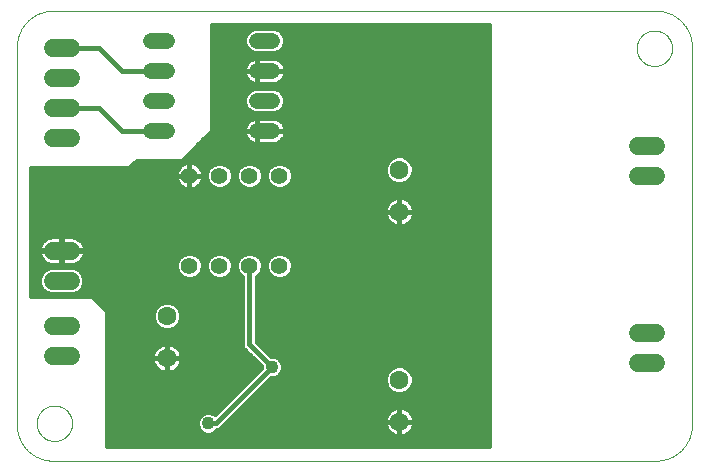
<source format=gbl>
G75*
%MOIN*%
%OFA0B0*%
%FSLAX25Y25*%
%IPPOS*%
%LPD*%
%AMOC8*
5,1,8,0,0,1.08239X$1,22.5*
%
%ADD10C,0.00000*%
%ADD11C,0.06300*%
%ADD12C,0.05600*%
%ADD13C,0.05937*%
%ADD14C,0.05200*%
%ADD15C,0.01600*%
%ADD16C,0.04356*%
D10*
X0016500Y0005500D02*
X0217500Y0005500D01*
X0217790Y0005504D01*
X0218080Y0005514D01*
X0218369Y0005532D01*
X0218658Y0005556D01*
X0218946Y0005587D01*
X0219234Y0005626D01*
X0219520Y0005671D01*
X0219806Y0005724D01*
X0220089Y0005783D01*
X0220372Y0005849D01*
X0220652Y0005921D01*
X0220931Y0006001D01*
X0221208Y0006087D01*
X0221483Y0006180D01*
X0221755Y0006280D01*
X0222025Y0006386D01*
X0222292Y0006498D01*
X0222557Y0006618D01*
X0222818Y0006743D01*
X0223077Y0006875D01*
X0223332Y0007012D01*
X0223584Y0007156D01*
X0223832Y0007306D01*
X0224076Y0007462D01*
X0224317Y0007624D01*
X0224553Y0007792D01*
X0224786Y0007965D01*
X0225014Y0008144D01*
X0225238Y0008328D01*
X0225457Y0008518D01*
X0225672Y0008713D01*
X0225882Y0008913D01*
X0226087Y0009118D01*
X0226287Y0009328D01*
X0226482Y0009543D01*
X0226672Y0009762D01*
X0226856Y0009986D01*
X0227035Y0010214D01*
X0227208Y0010447D01*
X0227376Y0010683D01*
X0227538Y0010924D01*
X0227694Y0011168D01*
X0227844Y0011416D01*
X0227988Y0011668D01*
X0228125Y0011923D01*
X0228257Y0012182D01*
X0228382Y0012443D01*
X0228502Y0012708D01*
X0228614Y0012975D01*
X0228720Y0013245D01*
X0228820Y0013517D01*
X0228913Y0013792D01*
X0228999Y0014069D01*
X0229079Y0014348D01*
X0229151Y0014628D01*
X0229217Y0014911D01*
X0229276Y0015194D01*
X0229329Y0015480D01*
X0229374Y0015766D01*
X0229413Y0016054D01*
X0229444Y0016342D01*
X0229468Y0016631D01*
X0229486Y0016920D01*
X0229496Y0017210D01*
X0229500Y0017500D01*
X0229500Y0143500D01*
X0229496Y0143790D01*
X0229486Y0144080D01*
X0229468Y0144369D01*
X0229444Y0144658D01*
X0229413Y0144946D01*
X0229374Y0145234D01*
X0229329Y0145520D01*
X0229276Y0145806D01*
X0229217Y0146089D01*
X0229151Y0146372D01*
X0229079Y0146652D01*
X0228999Y0146931D01*
X0228913Y0147208D01*
X0228820Y0147483D01*
X0228720Y0147755D01*
X0228614Y0148025D01*
X0228502Y0148292D01*
X0228382Y0148557D01*
X0228257Y0148818D01*
X0228125Y0149077D01*
X0227988Y0149332D01*
X0227844Y0149584D01*
X0227694Y0149832D01*
X0227538Y0150076D01*
X0227376Y0150317D01*
X0227208Y0150553D01*
X0227035Y0150786D01*
X0226856Y0151014D01*
X0226672Y0151238D01*
X0226482Y0151457D01*
X0226287Y0151672D01*
X0226087Y0151882D01*
X0225882Y0152087D01*
X0225672Y0152287D01*
X0225457Y0152482D01*
X0225238Y0152672D01*
X0225014Y0152856D01*
X0224786Y0153035D01*
X0224553Y0153208D01*
X0224317Y0153376D01*
X0224076Y0153538D01*
X0223832Y0153694D01*
X0223584Y0153844D01*
X0223332Y0153988D01*
X0223077Y0154125D01*
X0222818Y0154257D01*
X0222557Y0154382D01*
X0222292Y0154502D01*
X0222025Y0154614D01*
X0221755Y0154720D01*
X0221483Y0154820D01*
X0221208Y0154913D01*
X0220931Y0154999D01*
X0220652Y0155079D01*
X0220372Y0155151D01*
X0220089Y0155217D01*
X0219806Y0155276D01*
X0219520Y0155329D01*
X0219234Y0155374D01*
X0218946Y0155413D01*
X0218658Y0155444D01*
X0218369Y0155468D01*
X0218080Y0155486D01*
X0217790Y0155496D01*
X0217500Y0155500D01*
X0016500Y0155500D01*
X0016210Y0155496D01*
X0015920Y0155486D01*
X0015631Y0155468D01*
X0015342Y0155444D01*
X0015054Y0155413D01*
X0014766Y0155374D01*
X0014480Y0155329D01*
X0014194Y0155276D01*
X0013911Y0155217D01*
X0013628Y0155151D01*
X0013348Y0155079D01*
X0013069Y0154999D01*
X0012792Y0154913D01*
X0012517Y0154820D01*
X0012245Y0154720D01*
X0011975Y0154614D01*
X0011708Y0154502D01*
X0011443Y0154382D01*
X0011182Y0154257D01*
X0010923Y0154125D01*
X0010668Y0153988D01*
X0010416Y0153844D01*
X0010168Y0153694D01*
X0009924Y0153538D01*
X0009683Y0153376D01*
X0009447Y0153208D01*
X0009214Y0153035D01*
X0008986Y0152856D01*
X0008762Y0152672D01*
X0008543Y0152482D01*
X0008328Y0152287D01*
X0008118Y0152087D01*
X0007913Y0151882D01*
X0007713Y0151672D01*
X0007518Y0151457D01*
X0007328Y0151238D01*
X0007144Y0151014D01*
X0006965Y0150786D01*
X0006792Y0150553D01*
X0006624Y0150317D01*
X0006462Y0150076D01*
X0006306Y0149832D01*
X0006156Y0149584D01*
X0006012Y0149332D01*
X0005875Y0149077D01*
X0005743Y0148818D01*
X0005618Y0148557D01*
X0005498Y0148292D01*
X0005386Y0148025D01*
X0005280Y0147755D01*
X0005180Y0147483D01*
X0005087Y0147208D01*
X0005001Y0146931D01*
X0004921Y0146652D01*
X0004849Y0146372D01*
X0004783Y0146089D01*
X0004724Y0145806D01*
X0004671Y0145520D01*
X0004626Y0145234D01*
X0004587Y0144946D01*
X0004556Y0144658D01*
X0004532Y0144369D01*
X0004514Y0144080D01*
X0004504Y0143790D01*
X0004500Y0143500D01*
X0004500Y0017500D01*
X0004504Y0017210D01*
X0004514Y0016920D01*
X0004532Y0016631D01*
X0004556Y0016342D01*
X0004587Y0016054D01*
X0004626Y0015766D01*
X0004671Y0015480D01*
X0004724Y0015194D01*
X0004783Y0014911D01*
X0004849Y0014628D01*
X0004921Y0014348D01*
X0005001Y0014069D01*
X0005087Y0013792D01*
X0005180Y0013517D01*
X0005280Y0013245D01*
X0005386Y0012975D01*
X0005498Y0012708D01*
X0005618Y0012443D01*
X0005743Y0012182D01*
X0005875Y0011923D01*
X0006012Y0011668D01*
X0006156Y0011416D01*
X0006306Y0011168D01*
X0006462Y0010924D01*
X0006624Y0010683D01*
X0006792Y0010447D01*
X0006965Y0010214D01*
X0007144Y0009986D01*
X0007328Y0009762D01*
X0007518Y0009543D01*
X0007713Y0009328D01*
X0007913Y0009118D01*
X0008118Y0008913D01*
X0008328Y0008713D01*
X0008543Y0008518D01*
X0008762Y0008328D01*
X0008986Y0008144D01*
X0009214Y0007965D01*
X0009447Y0007792D01*
X0009683Y0007624D01*
X0009924Y0007462D01*
X0010168Y0007306D01*
X0010416Y0007156D01*
X0010668Y0007012D01*
X0010923Y0006875D01*
X0011182Y0006743D01*
X0011443Y0006618D01*
X0011708Y0006498D01*
X0011975Y0006386D01*
X0012245Y0006280D01*
X0012517Y0006180D01*
X0012792Y0006087D01*
X0013069Y0006001D01*
X0013348Y0005921D01*
X0013628Y0005849D01*
X0013911Y0005783D01*
X0014194Y0005724D01*
X0014480Y0005671D01*
X0014766Y0005626D01*
X0015054Y0005587D01*
X0015342Y0005556D01*
X0015631Y0005532D01*
X0015920Y0005514D01*
X0016210Y0005504D01*
X0016500Y0005500D01*
X0011094Y0018000D02*
X0011096Y0018153D01*
X0011102Y0018307D01*
X0011112Y0018460D01*
X0011126Y0018612D01*
X0011144Y0018765D01*
X0011166Y0018916D01*
X0011191Y0019067D01*
X0011221Y0019218D01*
X0011255Y0019368D01*
X0011292Y0019516D01*
X0011333Y0019664D01*
X0011378Y0019810D01*
X0011427Y0019956D01*
X0011480Y0020100D01*
X0011536Y0020242D01*
X0011596Y0020383D01*
X0011660Y0020523D01*
X0011727Y0020661D01*
X0011798Y0020797D01*
X0011873Y0020931D01*
X0011950Y0021063D01*
X0012032Y0021193D01*
X0012116Y0021321D01*
X0012204Y0021447D01*
X0012295Y0021570D01*
X0012389Y0021691D01*
X0012487Y0021809D01*
X0012587Y0021925D01*
X0012691Y0022038D01*
X0012797Y0022149D01*
X0012906Y0022257D01*
X0013018Y0022362D01*
X0013132Y0022463D01*
X0013250Y0022562D01*
X0013369Y0022658D01*
X0013491Y0022751D01*
X0013616Y0022840D01*
X0013743Y0022927D01*
X0013872Y0023009D01*
X0014003Y0023089D01*
X0014136Y0023165D01*
X0014271Y0023238D01*
X0014408Y0023307D01*
X0014547Y0023372D01*
X0014687Y0023434D01*
X0014829Y0023492D01*
X0014972Y0023547D01*
X0015117Y0023598D01*
X0015263Y0023645D01*
X0015410Y0023688D01*
X0015558Y0023727D01*
X0015707Y0023763D01*
X0015857Y0023794D01*
X0016008Y0023822D01*
X0016159Y0023846D01*
X0016312Y0023866D01*
X0016464Y0023882D01*
X0016617Y0023894D01*
X0016770Y0023902D01*
X0016923Y0023906D01*
X0017077Y0023906D01*
X0017230Y0023902D01*
X0017383Y0023894D01*
X0017536Y0023882D01*
X0017688Y0023866D01*
X0017841Y0023846D01*
X0017992Y0023822D01*
X0018143Y0023794D01*
X0018293Y0023763D01*
X0018442Y0023727D01*
X0018590Y0023688D01*
X0018737Y0023645D01*
X0018883Y0023598D01*
X0019028Y0023547D01*
X0019171Y0023492D01*
X0019313Y0023434D01*
X0019453Y0023372D01*
X0019592Y0023307D01*
X0019729Y0023238D01*
X0019864Y0023165D01*
X0019997Y0023089D01*
X0020128Y0023009D01*
X0020257Y0022927D01*
X0020384Y0022840D01*
X0020509Y0022751D01*
X0020631Y0022658D01*
X0020750Y0022562D01*
X0020868Y0022463D01*
X0020982Y0022362D01*
X0021094Y0022257D01*
X0021203Y0022149D01*
X0021309Y0022038D01*
X0021413Y0021925D01*
X0021513Y0021809D01*
X0021611Y0021691D01*
X0021705Y0021570D01*
X0021796Y0021447D01*
X0021884Y0021321D01*
X0021968Y0021193D01*
X0022050Y0021063D01*
X0022127Y0020931D01*
X0022202Y0020797D01*
X0022273Y0020661D01*
X0022340Y0020523D01*
X0022404Y0020383D01*
X0022464Y0020242D01*
X0022520Y0020100D01*
X0022573Y0019956D01*
X0022622Y0019810D01*
X0022667Y0019664D01*
X0022708Y0019516D01*
X0022745Y0019368D01*
X0022779Y0019218D01*
X0022809Y0019067D01*
X0022834Y0018916D01*
X0022856Y0018765D01*
X0022874Y0018612D01*
X0022888Y0018460D01*
X0022898Y0018307D01*
X0022904Y0018153D01*
X0022906Y0018000D01*
X0022904Y0017847D01*
X0022898Y0017693D01*
X0022888Y0017540D01*
X0022874Y0017388D01*
X0022856Y0017235D01*
X0022834Y0017084D01*
X0022809Y0016933D01*
X0022779Y0016782D01*
X0022745Y0016632D01*
X0022708Y0016484D01*
X0022667Y0016336D01*
X0022622Y0016190D01*
X0022573Y0016044D01*
X0022520Y0015900D01*
X0022464Y0015758D01*
X0022404Y0015617D01*
X0022340Y0015477D01*
X0022273Y0015339D01*
X0022202Y0015203D01*
X0022127Y0015069D01*
X0022050Y0014937D01*
X0021968Y0014807D01*
X0021884Y0014679D01*
X0021796Y0014553D01*
X0021705Y0014430D01*
X0021611Y0014309D01*
X0021513Y0014191D01*
X0021413Y0014075D01*
X0021309Y0013962D01*
X0021203Y0013851D01*
X0021094Y0013743D01*
X0020982Y0013638D01*
X0020868Y0013537D01*
X0020750Y0013438D01*
X0020631Y0013342D01*
X0020509Y0013249D01*
X0020384Y0013160D01*
X0020257Y0013073D01*
X0020128Y0012991D01*
X0019997Y0012911D01*
X0019864Y0012835D01*
X0019729Y0012762D01*
X0019592Y0012693D01*
X0019453Y0012628D01*
X0019313Y0012566D01*
X0019171Y0012508D01*
X0019028Y0012453D01*
X0018883Y0012402D01*
X0018737Y0012355D01*
X0018590Y0012312D01*
X0018442Y0012273D01*
X0018293Y0012237D01*
X0018143Y0012206D01*
X0017992Y0012178D01*
X0017841Y0012154D01*
X0017688Y0012134D01*
X0017536Y0012118D01*
X0017383Y0012106D01*
X0017230Y0012098D01*
X0017077Y0012094D01*
X0016923Y0012094D01*
X0016770Y0012098D01*
X0016617Y0012106D01*
X0016464Y0012118D01*
X0016312Y0012134D01*
X0016159Y0012154D01*
X0016008Y0012178D01*
X0015857Y0012206D01*
X0015707Y0012237D01*
X0015558Y0012273D01*
X0015410Y0012312D01*
X0015263Y0012355D01*
X0015117Y0012402D01*
X0014972Y0012453D01*
X0014829Y0012508D01*
X0014687Y0012566D01*
X0014547Y0012628D01*
X0014408Y0012693D01*
X0014271Y0012762D01*
X0014136Y0012835D01*
X0014003Y0012911D01*
X0013872Y0012991D01*
X0013743Y0013073D01*
X0013616Y0013160D01*
X0013491Y0013249D01*
X0013369Y0013342D01*
X0013250Y0013438D01*
X0013132Y0013537D01*
X0013018Y0013638D01*
X0012906Y0013743D01*
X0012797Y0013851D01*
X0012691Y0013962D01*
X0012587Y0014075D01*
X0012487Y0014191D01*
X0012389Y0014309D01*
X0012295Y0014430D01*
X0012204Y0014553D01*
X0012116Y0014679D01*
X0012032Y0014807D01*
X0011950Y0014937D01*
X0011873Y0015069D01*
X0011798Y0015203D01*
X0011727Y0015339D01*
X0011660Y0015477D01*
X0011596Y0015617D01*
X0011536Y0015758D01*
X0011480Y0015900D01*
X0011427Y0016044D01*
X0011378Y0016190D01*
X0011333Y0016336D01*
X0011292Y0016484D01*
X0011255Y0016632D01*
X0011221Y0016782D01*
X0011191Y0016933D01*
X0011166Y0017084D01*
X0011144Y0017235D01*
X0011126Y0017388D01*
X0011112Y0017540D01*
X0011102Y0017693D01*
X0011096Y0017847D01*
X0011094Y0018000D01*
X0211094Y0143000D02*
X0211096Y0143153D01*
X0211102Y0143307D01*
X0211112Y0143460D01*
X0211126Y0143612D01*
X0211144Y0143765D01*
X0211166Y0143916D01*
X0211191Y0144067D01*
X0211221Y0144218D01*
X0211255Y0144368D01*
X0211292Y0144516D01*
X0211333Y0144664D01*
X0211378Y0144810D01*
X0211427Y0144956D01*
X0211480Y0145100D01*
X0211536Y0145242D01*
X0211596Y0145383D01*
X0211660Y0145523D01*
X0211727Y0145661D01*
X0211798Y0145797D01*
X0211873Y0145931D01*
X0211950Y0146063D01*
X0212032Y0146193D01*
X0212116Y0146321D01*
X0212204Y0146447D01*
X0212295Y0146570D01*
X0212389Y0146691D01*
X0212487Y0146809D01*
X0212587Y0146925D01*
X0212691Y0147038D01*
X0212797Y0147149D01*
X0212906Y0147257D01*
X0213018Y0147362D01*
X0213132Y0147463D01*
X0213250Y0147562D01*
X0213369Y0147658D01*
X0213491Y0147751D01*
X0213616Y0147840D01*
X0213743Y0147927D01*
X0213872Y0148009D01*
X0214003Y0148089D01*
X0214136Y0148165D01*
X0214271Y0148238D01*
X0214408Y0148307D01*
X0214547Y0148372D01*
X0214687Y0148434D01*
X0214829Y0148492D01*
X0214972Y0148547D01*
X0215117Y0148598D01*
X0215263Y0148645D01*
X0215410Y0148688D01*
X0215558Y0148727D01*
X0215707Y0148763D01*
X0215857Y0148794D01*
X0216008Y0148822D01*
X0216159Y0148846D01*
X0216312Y0148866D01*
X0216464Y0148882D01*
X0216617Y0148894D01*
X0216770Y0148902D01*
X0216923Y0148906D01*
X0217077Y0148906D01*
X0217230Y0148902D01*
X0217383Y0148894D01*
X0217536Y0148882D01*
X0217688Y0148866D01*
X0217841Y0148846D01*
X0217992Y0148822D01*
X0218143Y0148794D01*
X0218293Y0148763D01*
X0218442Y0148727D01*
X0218590Y0148688D01*
X0218737Y0148645D01*
X0218883Y0148598D01*
X0219028Y0148547D01*
X0219171Y0148492D01*
X0219313Y0148434D01*
X0219453Y0148372D01*
X0219592Y0148307D01*
X0219729Y0148238D01*
X0219864Y0148165D01*
X0219997Y0148089D01*
X0220128Y0148009D01*
X0220257Y0147927D01*
X0220384Y0147840D01*
X0220509Y0147751D01*
X0220631Y0147658D01*
X0220750Y0147562D01*
X0220868Y0147463D01*
X0220982Y0147362D01*
X0221094Y0147257D01*
X0221203Y0147149D01*
X0221309Y0147038D01*
X0221413Y0146925D01*
X0221513Y0146809D01*
X0221611Y0146691D01*
X0221705Y0146570D01*
X0221796Y0146447D01*
X0221884Y0146321D01*
X0221968Y0146193D01*
X0222050Y0146063D01*
X0222127Y0145931D01*
X0222202Y0145797D01*
X0222273Y0145661D01*
X0222340Y0145523D01*
X0222404Y0145383D01*
X0222464Y0145242D01*
X0222520Y0145100D01*
X0222573Y0144956D01*
X0222622Y0144810D01*
X0222667Y0144664D01*
X0222708Y0144516D01*
X0222745Y0144368D01*
X0222779Y0144218D01*
X0222809Y0144067D01*
X0222834Y0143916D01*
X0222856Y0143765D01*
X0222874Y0143612D01*
X0222888Y0143460D01*
X0222898Y0143307D01*
X0222904Y0143153D01*
X0222906Y0143000D01*
X0222904Y0142847D01*
X0222898Y0142693D01*
X0222888Y0142540D01*
X0222874Y0142388D01*
X0222856Y0142235D01*
X0222834Y0142084D01*
X0222809Y0141933D01*
X0222779Y0141782D01*
X0222745Y0141632D01*
X0222708Y0141484D01*
X0222667Y0141336D01*
X0222622Y0141190D01*
X0222573Y0141044D01*
X0222520Y0140900D01*
X0222464Y0140758D01*
X0222404Y0140617D01*
X0222340Y0140477D01*
X0222273Y0140339D01*
X0222202Y0140203D01*
X0222127Y0140069D01*
X0222050Y0139937D01*
X0221968Y0139807D01*
X0221884Y0139679D01*
X0221796Y0139553D01*
X0221705Y0139430D01*
X0221611Y0139309D01*
X0221513Y0139191D01*
X0221413Y0139075D01*
X0221309Y0138962D01*
X0221203Y0138851D01*
X0221094Y0138743D01*
X0220982Y0138638D01*
X0220868Y0138537D01*
X0220750Y0138438D01*
X0220631Y0138342D01*
X0220509Y0138249D01*
X0220384Y0138160D01*
X0220257Y0138073D01*
X0220128Y0137991D01*
X0219997Y0137911D01*
X0219864Y0137835D01*
X0219729Y0137762D01*
X0219592Y0137693D01*
X0219453Y0137628D01*
X0219313Y0137566D01*
X0219171Y0137508D01*
X0219028Y0137453D01*
X0218883Y0137402D01*
X0218737Y0137355D01*
X0218590Y0137312D01*
X0218442Y0137273D01*
X0218293Y0137237D01*
X0218143Y0137206D01*
X0217992Y0137178D01*
X0217841Y0137154D01*
X0217688Y0137134D01*
X0217536Y0137118D01*
X0217383Y0137106D01*
X0217230Y0137098D01*
X0217077Y0137094D01*
X0216923Y0137094D01*
X0216770Y0137098D01*
X0216617Y0137106D01*
X0216464Y0137118D01*
X0216312Y0137134D01*
X0216159Y0137154D01*
X0216008Y0137178D01*
X0215857Y0137206D01*
X0215707Y0137237D01*
X0215558Y0137273D01*
X0215410Y0137312D01*
X0215263Y0137355D01*
X0215117Y0137402D01*
X0214972Y0137453D01*
X0214829Y0137508D01*
X0214687Y0137566D01*
X0214547Y0137628D01*
X0214408Y0137693D01*
X0214271Y0137762D01*
X0214136Y0137835D01*
X0214003Y0137911D01*
X0213872Y0137991D01*
X0213743Y0138073D01*
X0213616Y0138160D01*
X0213491Y0138249D01*
X0213369Y0138342D01*
X0213250Y0138438D01*
X0213132Y0138537D01*
X0213018Y0138638D01*
X0212906Y0138743D01*
X0212797Y0138851D01*
X0212691Y0138962D01*
X0212587Y0139075D01*
X0212487Y0139191D01*
X0212389Y0139309D01*
X0212295Y0139430D01*
X0212204Y0139553D01*
X0212116Y0139679D01*
X0212032Y0139807D01*
X0211950Y0139937D01*
X0211873Y0140069D01*
X0211798Y0140203D01*
X0211727Y0140339D01*
X0211660Y0140477D01*
X0211596Y0140617D01*
X0211536Y0140758D01*
X0211480Y0140900D01*
X0211427Y0141044D01*
X0211378Y0141190D01*
X0211333Y0141336D01*
X0211292Y0141484D01*
X0211255Y0141632D01*
X0211221Y0141782D01*
X0211191Y0141933D01*
X0211166Y0142084D01*
X0211144Y0142235D01*
X0211126Y0142388D01*
X0211112Y0142540D01*
X0211102Y0142693D01*
X0211096Y0142847D01*
X0211094Y0143000D01*
D11*
X0132000Y0102500D03*
X0132000Y0088500D03*
X0054500Y0053750D03*
X0054500Y0039750D03*
X0132000Y0032500D03*
X0132000Y0018500D03*
D12*
X0092000Y0070500D03*
X0082000Y0070500D03*
X0072000Y0070500D03*
X0062000Y0070500D03*
X0062000Y0100500D03*
X0072000Y0100500D03*
X0082000Y0100500D03*
X0092000Y0100500D03*
D13*
X0022469Y0113000D02*
X0016531Y0113000D01*
X0016531Y0123000D02*
X0022469Y0123000D01*
X0022469Y0133000D02*
X0016531Y0133000D01*
X0016531Y0143000D02*
X0022469Y0143000D01*
X0022469Y0075500D02*
X0016531Y0075500D01*
X0016531Y0065500D02*
X0022469Y0065500D01*
X0022469Y0050500D02*
X0016531Y0050500D01*
X0016531Y0040500D02*
X0022469Y0040500D01*
X0211531Y0038000D02*
X0217469Y0038000D01*
X0217469Y0048000D02*
X0211531Y0048000D01*
X0211531Y0100500D02*
X0217469Y0100500D01*
X0217469Y0110500D02*
X0211531Y0110500D01*
D14*
X0089700Y0115500D02*
X0084500Y0115500D01*
X0084500Y0125500D02*
X0089700Y0125500D01*
X0089700Y0135500D02*
X0084500Y0135500D01*
X0084500Y0145500D02*
X0089700Y0145500D01*
X0054500Y0145500D02*
X0049300Y0145500D01*
X0049300Y0135500D02*
X0054500Y0135500D01*
X0054500Y0125500D02*
X0049300Y0125500D01*
X0049300Y0115500D02*
X0054500Y0115500D01*
D15*
X0039500Y0115500D01*
X0032000Y0123000D01*
X0019500Y0123000D01*
X0039500Y0135500D02*
X0032000Y0143000D01*
X0019500Y0143000D01*
X0039500Y0135500D02*
X0054500Y0135500D01*
X0069500Y0134979D02*
X0080128Y0134979D01*
X0080100Y0135154D02*
X0080208Y0134470D01*
X0080422Y0133811D01*
X0080737Y0133194D01*
X0081144Y0132634D01*
X0081634Y0132144D01*
X0082194Y0131737D01*
X0082811Y0131422D01*
X0083470Y0131208D01*
X0084154Y0131100D01*
X0084500Y0131100D01*
X0090046Y0131100D01*
X0090730Y0131208D01*
X0091389Y0131422D01*
X0092006Y0131737D01*
X0092566Y0132144D01*
X0093056Y0132634D01*
X0093463Y0133194D01*
X0093778Y0133811D01*
X0093992Y0134470D01*
X0094100Y0135154D01*
X0094100Y0135500D01*
X0094100Y0135846D01*
X0093992Y0136530D01*
X0093778Y0137189D01*
X0093463Y0137806D01*
X0093056Y0138366D01*
X0092566Y0138856D01*
X0092006Y0139263D01*
X0091389Y0139578D01*
X0090730Y0139792D01*
X0090046Y0139900D01*
X0084500Y0139900D01*
X0084500Y0135500D01*
X0084500Y0135500D01*
X0094100Y0135500D01*
X0084500Y0135500D01*
X0084500Y0135500D01*
X0084500Y0131100D01*
X0084500Y0135500D01*
X0084500Y0135500D01*
X0084500Y0135500D01*
X0080100Y0135500D01*
X0080100Y0135846D01*
X0080208Y0136530D01*
X0080422Y0137189D01*
X0080737Y0137806D01*
X0081144Y0138366D01*
X0081634Y0138856D01*
X0082194Y0139263D01*
X0082811Y0139578D01*
X0083470Y0139792D01*
X0084154Y0139900D01*
X0084500Y0139900D01*
X0084500Y0135500D01*
X0080100Y0135500D01*
X0080100Y0135154D01*
X0080224Y0136578D02*
X0069500Y0136578D01*
X0069500Y0138176D02*
X0081006Y0138176D01*
X0083418Y0139775D02*
X0069500Y0139775D01*
X0069500Y0141373D02*
X0083487Y0141373D01*
X0083665Y0141300D02*
X0090535Y0141300D01*
X0092079Y0141939D01*
X0093261Y0143121D01*
X0093900Y0144665D01*
X0093900Y0146335D01*
X0093261Y0147879D01*
X0092079Y0149061D01*
X0090535Y0149700D01*
X0083665Y0149700D01*
X0082121Y0149061D01*
X0080939Y0147879D01*
X0080300Y0146335D01*
X0080300Y0144665D01*
X0080939Y0143121D01*
X0082121Y0141939D01*
X0083665Y0141300D01*
X0084500Y0139775D02*
X0084500Y0139775D01*
X0084500Y0138176D02*
X0084500Y0138176D01*
X0084500Y0136578D02*
X0084500Y0136578D01*
X0084500Y0134979D02*
X0084500Y0134979D01*
X0084500Y0133381D02*
X0084500Y0133381D01*
X0084500Y0131782D02*
X0084500Y0131782D01*
X0083665Y0129700D02*
X0082121Y0129061D01*
X0080939Y0127879D01*
X0080300Y0126335D01*
X0080300Y0124665D01*
X0080939Y0123121D01*
X0082121Y0121939D01*
X0083665Y0121300D01*
X0090535Y0121300D01*
X0092079Y0121939D01*
X0093261Y0123121D01*
X0093900Y0124665D01*
X0093900Y0126335D01*
X0093261Y0127879D01*
X0092079Y0129061D01*
X0090535Y0129700D01*
X0083665Y0129700D01*
X0081646Y0128585D02*
X0069500Y0128585D01*
X0069500Y0126987D02*
X0080570Y0126987D01*
X0080300Y0125388D02*
X0069500Y0125388D01*
X0069500Y0123790D02*
X0080662Y0123790D01*
X0081869Y0122191D02*
X0069500Y0122191D01*
X0069500Y0120593D02*
X0162000Y0120593D01*
X0162000Y0122191D02*
X0092331Y0122191D01*
X0093538Y0123790D02*
X0162000Y0123790D01*
X0162000Y0125388D02*
X0093900Y0125388D01*
X0093630Y0126987D02*
X0162000Y0126987D01*
X0162000Y0128585D02*
X0092554Y0128585D01*
X0092069Y0131782D02*
X0162000Y0131782D01*
X0162000Y0130184D02*
X0069500Y0130184D01*
X0069500Y0131782D02*
X0082131Y0131782D01*
X0080641Y0133381D02*
X0069500Y0133381D01*
X0069500Y0142972D02*
X0081088Y0142972D01*
X0080339Y0144570D02*
X0069500Y0144570D01*
X0069500Y0146169D02*
X0080300Y0146169D01*
X0080893Y0147768D02*
X0069500Y0147768D01*
X0069500Y0149366D02*
X0082858Y0149366D01*
X0091342Y0149366D02*
X0162000Y0149366D01*
X0162000Y0150700D02*
X0162000Y0010300D01*
X0034500Y0010300D01*
X0034500Y0055500D01*
X0029500Y0060500D01*
X0009300Y0060500D01*
X0009300Y0103000D01*
X0042000Y0103000D01*
X0044500Y0105500D01*
X0059500Y0105500D01*
X0069500Y0115500D01*
X0069500Y0150700D01*
X0162000Y0150700D01*
X0162000Y0147768D02*
X0093307Y0147768D01*
X0093900Y0146169D02*
X0162000Y0146169D01*
X0162000Y0144570D02*
X0093861Y0144570D01*
X0093112Y0142972D02*
X0162000Y0142972D01*
X0162000Y0141373D02*
X0090713Y0141373D01*
X0090782Y0139775D02*
X0162000Y0139775D01*
X0162000Y0138176D02*
X0093194Y0138176D01*
X0093976Y0136578D02*
X0162000Y0136578D01*
X0162000Y0134979D02*
X0094072Y0134979D01*
X0093558Y0133381D02*
X0162000Y0133381D01*
X0162000Y0118994D02*
X0092376Y0118994D01*
X0092566Y0118856D02*
X0092006Y0119263D01*
X0091389Y0119578D01*
X0090730Y0119792D01*
X0090046Y0119900D01*
X0084500Y0119900D01*
X0084500Y0115500D01*
X0084500Y0115500D01*
X0094100Y0115500D01*
X0094100Y0115846D01*
X0093992Y0116530D01*
X0093778Y0117189D01*
X0093463Y0117806D01*
X0093056Y0118366D01*
X0092566Y0118856D01*
X0093672Y0117396D02*
X0162000Y0117396D01*
X0162000Y0115797D02*
X0094100Y0115797D01*
X0094100Y0115500D02*
X0084500Y0115500D01*
X0084500Y0115500D01*
X0084500Y0111100D01*
X0090046Y0111100D01*
X0090730Y0111208D01*
X0091389Y0111422D01*
X0092006Y0111737D01*
X0092566Y0112144D01*
X0093056Y0112634D01*
X0093463Y0113194D01*
X0093778Y0113811D01*
X0093992Y0114470D01*
X0094100Y0115154D01*
X0094100Y0115500D01*
X0093904Y0114199D02*
X0162000Y0114199D01*
X0162000Y0112600D02*
X0093023Y0112600D01*
X0084500Y0112600D02*
X0084500Y0112600D01*
X0084500Y0111100D02*
X0084154Y0111100D01*
X0083470Y0111208D01*
X0082811Y0111422D01*
X0082194Y0111737D01*
X0081634Y0112144D01*
X0081144Y0112634D01*
X0080737Y0113194D01*
X0080422Y0113811D01*
X0080208Y0114470D01*
X0080100Y0115154D01*
X0080100Y0115500D01*
X0084500Y0115500D01*
X0084500Y0115500D01*
X0084500Y0115500D01*
X0084500Y0119900D01*
X0084154Y0119900D01*
X0083470Y0119792D01*
X0082811Y0119578D01*
X0082194Y0119263D01*
X0081634Y0118856D01*
X0081144Y0118366D01*
X0080737Y0117806D01*
X0080422Y0117189D01*
X0080208Y0116530D01*
X0080100Y0115846D01*
X0080100Y0115500D01*
X0084500Y0115500D01*
X0084500Y0111100D01*
X0084500Y0114199D02*
X0084500Y0114199D01*
X0084500Y0115797D02*
X0084500Y0115797D01*
X0084500Y0117396D02*
X0084500Y0117396D01*
X0084500Y0118994D02*
X0084500Y0118994D01*
X0081824Y0118994D02*
X0069500Y0118994D01*
X0069500Y0117396D02*
X0080528Y0117396D01*
X0080100Y0115797D02*
X0069500Y0115797D01*
X0068199Y0114199D02*
X0080296Y0114199D01*
X0081177Y0112600D02*
X0066600Y0112600D01*
X0065002Y0111002D02*
X0162000Y0111002D01*
X0162000Y0109403D02*
X0063403Y0109403D01*
X0061805Y0107805D02*
X0162000Y0107805D01*
X0162000Y0106206D02*
X0135011Y0106206D01*
X0134691Y0106527D02*
X0132945Y0107250D01*
X0131055Y0107250D01*
X0129309Y0106527D01*
X0127973Y0105191D01*
X0127250Y0103445D01*
X0127250Y0101555D01*
X0127973Y0099809D01*
X0129309Y0098473D01*
X0131055Y0097750D01*
X0132945Y0097750D01*
X0134691Y0098473D01*
X0136027Y0099809D01*
X0136750Y0101555D01*
X0136750Y0103445D01*
X0136027Y0105191D01*
X0134691Y0106527D01*
X0136268Y0104608D02*
X0162000Y0104608D01*
X0162000Y0103009D02*
X0136750Y0103009D01*
X0136690Y0101411D02*
X0162000Y0101411D01*
X0162000Y0099812D02*
X0136028Y0099812D01*
X0134064Y0098214D02*
X0162000Y0098214D01*
X0162000Y0096615D02*
X0094119Y0096615D01*
X0094492Y0096770D02*
X0095730Y0098008D01*
X0096400Y0099625D01*
X0096400Y0101375D01*
X0095730Y0102992D01*
X0094492Y0104230D01*
X0092875Y0104900D01*
X0091125Y0104900D01*
X0089508Y0104230D01*
X0088270Y0102992D01*
X0087600Y0101375D01*
X0087600Y0099625D01*
X0088270Y0098008D01*
X0089508Y0096770D01*
X0091125Y0096100D01*
X0092875Y0096100D01*
X0094492Y0096770D01*
X0095815Y0098214D02*
X0129936Y0098214D01*
X0127972Y0099812D02*
X0096400Y0099812D01*
X0096385Y0101411D02*
X0127310Y0101411D01*
X0127250Y0103009D02*
X0095713Y0103009D01*
X0093581Y0104608D02*
X0127732Y0104608D01*
X0128989Y0106206D02*
X0060206Y0106206D01*
X0060923Y0104987D02*
X0060234Y0104763D01*
X0059589Y0104434D01*
X0059003Y0104009D01*
X0058491Y0103497D01*
X0058066Y0102911D01*
X0057737Y0102266D01*
X0057513Y0101577D01*
X0057400Y0100862D01*
X0057400Y0100500D01*
X0062000Y0100500D01*
X0062000Y0100500D01*
X0062000Y0105100D01*
X0062362Y0105100D01*
X0063077Y0104987D01*
X0063766Y0104763D01*
X0064411Y0104434D01*
X0064997Y0104009D01*
X0065509Y0103497D01*
X0065934Y0102911D01*
X0066263Y0102266D01*
X0066487Y0101577D01*
X0066600Y0100862D01*
X0066600Y0100500D01*
X0062000Y0100500D01*
X0062000Y0100500D01*
X0062000Y0100500D01*
X0062000Y0105100D01*
X0061638Y0105100D01*
X0060923Y0104987D01*
X0059929Y0104608D02*
X0043608Y0104608D01*
X0042009Y0103009D02*
X0058137Y0103009D01*
X0057487Y0101411D02*
X0009300Y0101411D01*
X0009300Y0099812D02*
X0057452Y0099812D01*
X0057400Y0100138D02*
X0057513Y0099423D01*
X0057737Y0098734D01*
X0058066Y0098089D01*
X0058491Y0097503D01*
X0059003Y0096991D01*
X0059589Y0096566D01*
X0060234Y0096237D01*
X0060923Y0096013D01*
X0061638Y0095900D01*
X0062000Y0095900D01*
X0062362Y0095900D01*
X0063077Y0096013D01*
X0063766Y0096237D01*
X0064411Y0096566D01*
X0064997Y0096991D01*
X0065509Y0097503D01*
X0065934Y0098089D01*
X0066263Y0098734D01*
X0066487Y0099423D01*
X0066600Y0100138D01*
X0066600Y0100500D01*
X0062000Y0100500D01*
X0062000Y0095900D01*
X0062000Y0100500D01*
X0062000Y0100500D01*
X0057400Y0100500D01*
X0057400Y0100138D01*
X0058002Y0098214D02*
X0009300Y0098214D01*
X0009300Y0096615D02*
X0059521Y0096615D01*
X0062000Y0096615D02*
X0062000Y0096615D01*
X0062000Y0098214D02*
X0062000Y0098214D01*
X0062000Y0099812D02*
X0062000Y0099812D01*
X0062000Y0101411D02*
X0062000Y0101411D01*
X0062000Y0103009D02*
X0062000Y0103009D01*
X0062000Y0104608D02*
X0062000Y0104608D01*
X0064071Y0104608D02*
X0070419Y0104608D01*
X0071125Y0104900D02*
X0069508Y0104230D01*
X0068270Y0102992D01*
X0067600Y0101375D01*
X0067600Y0099625D01*
X0068270Y0098008D01*
X0069508Y0096770D01*
X0071125Y0096100D01*
X0072875Y0096100D01*
X0074492Y0096770D01*
X0075730Y0098008D01*
X0076400Y0099625D01*
X0076400Y0101375D01*
X0075730Y0102992D01*
X0074492Y0104230D01*
X0072875Y0104900D01*
X0071125Y0104900D01*
X0073581Y0104608D02*
X0080419Y0104608D01*
X0081125Y0104900D02*
X0079508Y0104230D01*
X0078270Y0102992D01*
X0077600Y0101375D01*
X0077600Y0099625D01*
X0078270Y0098008D01*
X0079508Y0096770D01*
X0081125Y0096100D01*
X0082875Y0096100D01*
X0084492Y0096770D01*
X0085730Y0098008D01*
X0086400Y0099625D01*
X0086400Y0101375D01*
X0085730Y0102992D01*
X0084492Y0104230D01*
X0082875Y0104900D01*
X0081125Y0104900D01*
X0083581Y0104608D02*
X0090419Y0104608D01*
X0088287Y0103009D02*
X0085713Y0103009D01*
X0086385Y0101411D02*
X0087615Y0101411D01*
X0087600Y0099812D02*
X0086400Y0099812D01*
X0085815Y0098214D02*
X0088184Y0098214D01*
X0089881Y0096615D02*
X0084119Y0096615D01*
X0079881Y0096615D02*
X0074119Y0096615D01*
X0075815Y0098214D02*
X0078184Y0098214D01*
X0077600Y0099812D02*
X0076400Y0099812D01*
X0076385Y0101411D02*
X0077615Y0101411D01*
X0078287Y0103009D02*
X0075713Y0103009D01*
X0068287Y0103009D02*
X0065863Y0103009D01*
X0066513Y0101411D02*
X0067615Y0101411D01*
X0067600Y0099812D02*
X0066548Y0099812D01*
X0065998Y0098214D02*
X0068184Y0098214D01*
X0069881Y0096615D02*
X0064479Y0096615D01*
X0062875Y0074900D02*
X0061125Y0074900D01*
X0059508Y0074230D01*
X0058270Y0072992D01*
X0057600Y0071375D01*
X0057600Y0069625D01*
X0058270Y0068008D01*
X0059508Y0066770D01*
X0061125Y0066100D01*
X0062875Y0066100D01*
X0064492Y0066770D01*
X0065730Y0068008D01*
X0066400Y0069625D01*
X0066400Y0071375D01*
X0065730Y0072992D01*
X0064492Y0074230D01*
X0062875Y0074900D01*
X0064478Y0074236D02*
X0069522Y0074236D01*
X0069508Y0074230D02*
X0068270Y0072992D01*
X0067600Y0071375D01*
X0067600Y0069625D01*
X0068270Y0068008D01*
X0069508Y0066770D01*
X0071125Y0066100D01*
X0072875Y0066100D01*
X0074492Y0066770D01*
X0075730Y0068008D01*
X0076400Y0069625D01*
X0076400Y0071375D01*
X0075730Y0072992D01*
X0074492Y0074230D01*
X0072875Y0074900D01*
X0071125Y0074900D01*
X0069508Y0074230D01*
X0068123Y0072637D02*
X0065877Y0072637D01*
X0066400Y0071039D02*
X0067600Y0071039D01*
X0067676Y0069440D02*
X0066324Y0069440D01*
X0065564Y0067842D02*
X0068436Y0067842D01*
X0070778Y0066243D02*
X0063221Y0066243D01*
X0060778Y0066243D02*
X0027037Y0066243D01*
X0027037Y0066409D02*
X0026341Y0068088D01*
X0025056Y0069373D01*
X0023377Y0070068D01*
X0015623Y0070068D01*
X0013944Y0069373D01*
X0012659Y0068088D01*
X0011963Y0066409D01*
X0011963Y0064591D01*
X0012659Y0062912D01*
X0013944Y0061627D01*
X0015623Y0060931D01*
X0023377Y0060931D01*
X0025056Y0061627D01*
X0026341Y0062912D01*
X0027037Y0064591D01*
X0027037Y0066409D01*
X0026443Y0067842D02*
X0058436Y0067842D01*
X0057676Y0069440D02*
X0024893Y0069440D01*
X0024299Y0071081D02*
X0024968Y0071422D01*
X0025575Y0071863D01*
X0026106Y0072394D01*
X0026547Y0073001D01*
X0026888Y0073670D01*
X0027120Y0074383D01*
X0027237Y0075125D01*
X0027237Y0075316D01*
X0019684Y0075316D01*
X0019684Y0070731D01*
X0022844Y0070731D01*
X0023585Y0070849D01*
X0024299Y0071081D01*
X0024170Y0071039D02*
X0057600Y0071039D01*
X0058123Y0072637D02*
X0026283Y0072637D01*
X0027072Y0074236D02*
X0059522Y0074236D01*
X0074478Y0074236D02*
X0079522Y0074236D01*
X0079508Y0074230D02*
X0078270Y0072992D01*
X0077600Y0071375D01*
X0077600Y0069625D01*
X0078270Y0068008D01*
X0079508Y0066770D01*
X0079600Y0066732D01*
X0079600Y0043773D01*
X0079965Y0042891D01*
X0085722Y0037134D01*
X0085722Y0036366D01*
X0070474Y0021118D01*
X0070390Y0021203D01*
X0069001Y0021778D01*
X0067499Y0021778D01*
X0066110Y0021203D01*
X0065047Y0020140D01*
X0064472Y0018751D01*
X0064472Y0017249D01*
X0065047Y0015860D01*
X0066110Y0014797D01*
X0067499Y0014222D01*
X0069001Y0014222D01*
X0070390Y0014797D01*
X0071193Y0015600D01*
X0071227Y0015600D01*
X0072109Y0015965D01*
X0089116Y0032972D01*
X0090251Y0032972D01*
X0091640Y0033547D01*
X0092703Y0034610D01*
X0093278Y0035999D01*
X0093278Y0037501D01*
X0092703Y0038890D01*
X0091640Y0039953D01*
X0090251Y0040528D01*
X0089116Y0040528D01*
X0084400Y0045244D01*
X0084400Y0066732D01*
X0084492Y0066770D01*
X0085730Y0068008D01*
X0086400Y0069625D01*
X0086400Y0071375D01*
X0085730Y0072992D01*
X0084492Y0074230D01*
X0082875Y0074900D01*
X0081125Y0074900D01*
X0079508Y0074230D01*
X0078123Y0072637D02*
X0075877Y0072637D01*
X0076400Y0071039D02*
X0077600Y0071039D01*
X0077676Y0069440D02*
X0076324Y0069440D01*
X0075564Y0067842D02*
X0078436Y0067842D01*
X0079600Y0066243D02*
X0073221Y0066243D01*
X0079600Y0064645D02*
X0027037Y0064645D01*
X0026397Y0063046D02*
X0079600Y0063046D01*
X0079600Y0061448D02*
X0024624Y0061448D01*
X0030151Y0059849D02*
X0079600Y0059849D01*
X0079600Y0058251D02*
X0056046Y0058251D01*
X0055445Y0058500D02*
X0053555Y0058500D01*
X0051809Y0057777D01*
X0050473Y0056441D01*
X0049750Y0054695D01*
X0049750Y0052805D01*
X0050473Y0051059D01*
X0051809Y0049723D01*
X0053555Y0049000D01*
X0055445Y0049000D01*
X0057191Y0049723D01*
X0058527Y0051059D01*
X0059250Y0052805D01*
X0059250Y0054695D01*
X0058527Y0056441D01*
X0057191Y0057777D01*
X0055445Y0058500D01*
X0052954Y0058251D02*
X0031749Y0058251D01*
X0033348Y0056652D02*
X0050685Y0056652D01*
X0049899Y0055054D02*
X0034500Y0055054D01*
X0034500Y0053455D02*
X0049750Y0053455D01*
X0050143Y0051857D02*
X0034500Y0051857D01*
X0034500Y0050258D02*
X0051274Y0050258D01*
X0057726Y0050258D02*
X0079600Y0050258D01*
X0079600Y0048660D02*
X0034500Y0048660D01*
X0034500Y0047061D02*
X0079600Y0047061D01*
X0079600Y0045463D02*
X0034500Y0045463D01*
X0034500Y0043864D02*
X0051741Y0043864D01*
X0051906Y0043984D02*
X0051275Y0043526D01*
X0050724Y0042975D01*
X0050266Y0042344D01*
X0049913Y0041650D01*
X0049672Y0040909D01*
X0049550Y0040140D01*
X0049550Y0039750D01*
X0054500Y0039750D01*
X0054500Y0039750D01*
X0054500Y0044700D01*
X0054890Y0044700D01*
X0055659Y0044578D01*
X0056400Y0044337D01*
X0057094Y0043984D01*
X0057725Y0043526D01*
X0058276Y0042975D01*
X0058734Y0042344D01*
X0059087Y0041650D01*
X0059328Y0040909D01*
X0059450Y0040140D01*
X0059450Y0039750D01*
X0054500Y0039750D01*
X0054500Y0039750D01*
X0054500Y0039750D01*
X0054500Y0044700D01*
X0054110Y0044700D01*
X0053341Y0044578D01*
X0052600Y0044337D01*
X0051906Y0043984D01*
X0050226Y0042266D02*
X0034500Y0042266D01*
X0034500Y0040667D02*
X0049634Y0040667D01*
X0049550Y0039750D02*
X0049550Y0039360D01*
X0049672Y0038591D01*
X0049913Y0037850D01*
X0050266Y0037156D01*
X0050724Y0036525D01*
X0051275Y0035974D01*
X0051906Y0035516D01*
X0052600Y0035163D01*
X0053341Y0034922D01*
X0054110Y0034800D01*
X0054500Y0034800D01*
X0054890Y0034800D01*
X0055659Y0034922D01*
X0056400Y0035163D01*
X0057094Y0035516D01*
X0057725Y0035974D01*
X0058276Y0036525D01*
X0058734Y0037156D01*
X0059087Y0037850D01*
X0059328Y0038591D01*
X0059450Y0039360D01*
X0059450Y0039750D01*
X0054500Y0039750D01*
X0054500Y0034800D01*
X0054500Y0039750D01*
X0054500Y0039750D01*
X0049550Y0039750D01*
X0049596Y0039069D02*
X0034500Y0039069D01*
X0034500Y0037470D02*
X0050106Y0037470D01*
X0051417Y0035872D02*
X0034500Y0035872D01*
X0034500Y0034273D02*
X0083629Y0034273D01*
X0082031Y0032675D02*
X0034500Y0032675D01*
X0034500Y0031076D02*
X0080432Y0031076D01*
X0078834Y0029478D02*
X0034500Y0029478D01*
X0034500Y0027879D02*
X0077235Y0027879D01*
X0075637Y0026281D02*
X0034500Y0026281D01*
X0034500Y0024682D02*
X0074038Y0024682D01*
X0072440Y0023084D02*
X0034500Y0023084D01*
X0034500Y0021485D02*
X0066792Y0021485D01*
X0064942Y0019887D02*
X0034500Y0019887D01*
X0034500Y0018288D02*
X0064472Y0018288D01*
X0064704Y0016690D02*
X0034500Y0016690D01*
X0034500Y0015091D02*
X0065816Y0015091D01*
X0068250Y0018000D02*
X0070750Y0018000D01*
X0089500Y0036750D01*
X0082000Y0044250D01*
X0082000Y0070500D01*
X0085877Y0072637D02*
X0088123Y0072637D01*
X0088270Y0072992D02*
X0087600Y0071375D01*
X0087600Y0069625D01*
X0088270Y0068008D01*
X0089508Y0066770D01*
X0091125Y0066100D01*
X0092875Y0066100D01*
X0094492Y0066770D01*
X0095730Y0068008D01*
X0096400Y0069625D01*
X0096400Y0071375D01*
X0095730Y0072992D01*
X0094492Y0074230D01*
X0092875Y0074900D01*
X0091125Y0074900D01*
X0089508Y0074230D01*
X0088270Y0072992D01*
X0089522Y0074236D02*
X0084478Y0074236D01*
X0086400Y0071039D02*
X0087600Y0071039D01*
X0087676Y0069440D02*
X0086324Y0069440D01*
X0085564Y0067842D02*
X0088436Y0067842D01*
X0090778Y0066243D02*
X0084400Y0066243D01*
X0084400Y0064645D02*
X0162000Y0064645D01*
X0162000Y0066243D02*
X0093221Y0066243D01*
X0095564Y0067842D02*
X0162000Y0067842D01*
X0162000Y0069440D02*
X0096324Y0069440D01*
X0096400Y0071039D02*
X0162000Y0071039D01*
X0162000Y0072637D02*
X0095877Y0072637D01*
X0094478Y0074236D02*
X0162000Y0074236D01*
X0162000Y0075834D02*
X0027237Y0075834D01*
X0027237Y0075875D02*
X0027120Y0076617D01*
X0026888Y0077330D01*
X0026547Y0077999D01*
X0026106Y0078606D01*
X0025575Y0079137D01*
X0024968Y0079578D01*
X0024299Y0079919D01*
X0023585Y0080151D01*
X0022844Y0080268D01*
X0019684Y0080268D01*
X0019684Y0075684D01*
X0019316Y0075684D01*
X0019316Y0075316D01*
X0019684Y0075316D01*
X0019684Y0075684D01*
X0027237Y0075684D01*
X0027237Y0075875D01*
X0026835Y0077433D02*
X0162000Y0077433D01*
X0162000Y0079032D02*
X0025681Y0079032D01*
X0019684Y0079032D02*
X0019316Y0079032D01*
X0019316Y0080268D02*
X0016156Y0080268D01*
X0015415Y0080151D01*
X0014701Y0079919D01*
X0014032Y0079578D01*
X0013425Y0079137D01*
X0012894Y0078606D01*
X0012453Y0077999D01*
X0012112Y0077330D01*
X0011880Y0076617D01*
X0011763Y0075875D01*
X0011763Y0075684D01*
X0019316Y0075684D01*
X0019316Y0080268D01*
X0019316Y0077433D02*
X0019684Y0077433D01*
X0019684Y0075834D02*
X0019316Y0075834D01*
X0019316Y0075316D02*
X0011763Y0075316D01*
X0011763Y0075125D01*
X0011880Y0074383D01*
X0012112Y0073670D01*
X0012453Y0073001D01*
X0012894Y0072394D01*
X0013425Y0071863D01*
X0014032Y0071422D01*
X0014701Y0071081D01*
X0015415Y0070849D01*
X0016156Y0070731D01*
X0019316Y0070731D01*
X0019316Y0075316D01*
X0019316Y0074236D02*
X0019684Y0074236D01*
X0019684Y0072637D02*
X0019316Y0072637D01*
X0019316Y0071039D02*
X0019684Y0071039D01*
X0014830Y0071039D02*
X0009300Y0071039D01*
X0009300Y0072637D02*
X0012717Y0072637D01*
X0011928Y0074236D02*
X0009300Y0074236D01*
X0009300Y0075834D02*
X0011763Y0075834D01*
X0012165Y0077433D02*
X0009300Y0077433D01*
X0009300Y0079032D02*
X0013319Y0079032D01*
X0009300Y0080630D02*
X0162000Y0080630D01*
X0162000Y0082229D02*
X0009300Y0082229D01*
X0009300Y0083827D02*
X0130363Y0083827D01*
X0130100Y0083913D02*
X0130841Y0083672D01*
X0131610Y0083550D01*
X0132000Y0083550D01*
X0132390Y0083550D01*
X0133159Y0083672D01*
X0133900Y0083913D01*
X0134594Y0084266D01*
X0135225Y0084724D01*
X0135776Y0085275D01*
X0136234Y0085906D01*
X0136587Y0086600D01*
X0136828Y0087341D01*
X0136950Y0088110D01*
X0136950Y0088500D01*
X0136950Y0088890D01*
X0136828Y0089659D01*
X0136587Y0090400D01*
X0136234Y0091094D01*
X0135776Y0091725D01*
X0135225Y0092276D01*
X0134594Y0092734D01*
X0133900Y0093087D01*
X0133159Y0093328D01*
X0132390Y0093450D01*
X0132000Y0093450D01*
X0132000Y0088500D01*
X0132000Y0088500D01*
X0136950Y0088500D01*
X0132000Y0088500D01*
X0132000Y0088500D01*
X0132000Y0088500D01*
X0127050Y0088500D01*
X0127050Y0088890D01*
X0127172Y0089659D01*
X0127413Y0090400D01*
X0127766Y0091094D01*
X0128224Y0091725D01*
X0128775Y0092276D01*
X0129406Y0092734D01*
X0130100Y0093087D01*
X0130841Y0093328D01*
X0131610Y0093450D01*
X0132000Y0093450D01*
X0132000Y0088500D01*
X0132000Y0083550D01*
X0132000Y0088500D01*
X0132000Y0088500D01*
X0127050Y0088500D01*
X0127050Y0088110D01*
X0127172Y0087341D01*
X0127413Y0086600D01*
X0127766Y0085906D01*
X0128224Y0085275D01*
X0128775Y0084724D01*
X0129406Y0084266D01*
X0130100Y0083913D01*
X0132000Y0083827D02*
X0132000Y0083827D01*
X0132000Y0085426D02*
X0132000Y0085426D01*
X0132000Y0087024D02*
X0132000Y0087024D01*
X0132000Y0088623D02*
X0132000Y0088623D01*
X0132000Y0090221D02*
X0132000Y0090221D01*
X0132000Y0091820D02*
X0132000Y0091820D01*
X0132000Y0093418D02*
X0132000Y0093418D01*
X0132591Y0093418D02*
X0162000Y0093418D01*
X0162000Y0091820D02*
X0135681Y0091820D01*
X0136646Y0090221D02*
X0162000Y0090221D01*
X0162000Y0088623D02*
X0136950Y0088623D01*
X0136725Y0087024D02*
X0162000Y0087024D01*
X0162000Y0085426D02*
X0135885Y0085426D01*
X0133637Y0083827D02*
X0162000Y0083827D01*
X0162000Y0095017D02*
X0009300Y0095017D01*
X0009300Y0093418D02*
X0131409Y0093418D01*
X0128319Y0091820D02*
X0009300Y0091820D01*
X0009300Y0090221D02*
X0127354Y0090221D01*
X0127050Y0088623D02*
X0009300Y0088623D01*
X0009300Y0087024D02*
X0127275Y0087024D01*
X0128115Y0085426D02*
X0009300Y0085426D01*
X0009300Y0069440D02*
X0014107Y0069440D01*
X0012557Y0067842D02*
X0009300Y0067842D01*
X0009300Y0066243D02*
X0011963Y0066243D01*
X0011963Y0064645D02*
X0009300Y0064645D01*
X0009300Y0063046D02*
X0012603Y0063046D01*
X0014376Y0061448D02*
X0009300Y0061448D01*
X0054500Y0043864D02*
X0054500Y0043864D01*
X0054500Y0042266D02*
X0054500Y0042266D01*
X0054500Y0040667D02*
X0054500Y0040667D01*
X0054500Y0039069D02*
X0054500Y0039069D01*
X0054500Y0037470D02*
X0054500Y0037470D01*
X0054500Y0035872D02*
X0054500Y0035872D01*
X0057583Y0035872D02*
X0085228Y0035872D01*
X0085386Y0037470D02*
X0058894Y0037470D01*
X0059404Y0039069D02*
X0083787Y0039069D01*
X0082189Y0040667D02*
X0059366Y0040667D01*
X0058774Y0042266D02*
X0080590Y0042266D01*
X0079600Y0043864D02*
X0057259Y0043864D01*
X0058857Y0051857D02*
X0079600Y0051857D01*
X0079600Y0053455D02*
X0059250Y0053455D01*
X0059101Y0055054D02*
X0079600Y0055054D01*
X0079600Y0056652D02*
X0058315Y0056652D01*
X0084400Y0056652D02*
X0162000Y0056652D01*
X0162000Y0055054D02*
X0084400Y0055054D01*
X0084400Y0053455D02*
X0162000Y0053455D01*
X0162000Y0051857D02*
X0084400Y0051857D01*
X0084400Y0050258D02*
X0162000Y0050258D01*
X0162000Y0048660D02*
X0084400Y0048660D01*
X0084400Y0047061D02*
X0162000Y0047061D01*
X0162000Y0045463D02*
X0084400Y0045463D01*
X0085780Y0043864D02*
X0162000Y0043864D01*
X0162000Y0042266D02*
X0087378Y0042266D01*
X0088977Y0040667D02*
X0162000Y0040667D01*
X0162000Y0039069D02*
X0092524Y0039069D01*
X0093278Y0037470D02*
X0162000Y0037470D01*
X0162000Y0035872D02*
X0135346Y0035872D01*
X0134691Y0036527D02*
X0132945Y0037250D01*
X0131055Y0037250D01*
X0129309Y0036527D01*
X0127973Y0035191D01*
X0127250Y0033445D01*
X0127250Y0031555D01*
X0127973Y0029809D01*
X0129309Y0028473D01*
X0131055Y0027750D01*
X0132945Y0027750D01*
X0134691Y0028473D01*
X0136027Y0029809D01*
X0136750Y0031555D01*
X0136750Y0033445D01*
X0136027Y0035191D01*
X0134691Y0036527D01*
X0136407Y0034273D02*
X0162000Y0034273D01*
X0162000Y0032675D02*
X0136750Y0032675D01*
X0136552Y0031076D02*
X0162000Y0031076D01*
X0162000Y0029478D02*
X0135695Y0029478D01*
X0133257Y0027879D02*
X0162000Y0027879D01*
X0162000Y0026281D02*
X0082425Y0026281D01*
X0084023Y0027879D02*
X0130743Y0027879D01*
X0128305Y0029478D02*
X0085622Y0029478D01*
X0087220Y0031076D02*
X0127448Y0031076D01*
X0127250Y0032675D02*
X0088819Y0032675D01*
X0092366Y0034273D02*
X0127593Y0034273D01*
X0128654Y0035872D02*
X0093225Y0035872D01*
X0080826Y0024682D02*
X0162000Y0024682D01*
X0162000Y0023084D02*
X0133907Y0023084D01*
X0133900Y0023087D02*
X0133159Y0023328D01*
X0132390Y0023450D01*
X0132000Y0023450D01*
X0132000Y0018500D01*
X0132000Y0018500D01*
X0136950Y0018500D01*
X0136950Y0018890D01*
X0136828Y0019659D01*
X0136587Y0020400D01*
X0136234Y0021094D01*
X0135776Y0021725D01*
X0135225Y0022276D01*
X0134594Y0022734D01*
X0133900Y0023087D01*
X0132000Y0023084D02*
X0132000Y0023084D01*
X0132000Y0023450D02*
X0131610Y0023450D01*
X0130841Y0023328D01*
X0130100Y0023087D01*
X0129406Y0022734D01*
X0128775Y0022276D01*
X0128224Y0021725D01*
X0127766Y0021094D01*
X0127413Y0020400D01*
X0127172Y0019659D01*
X0127050Y0018890D01*
X0127050Y0018500D01*
X0132000Y0018500D01*
X0132000Y0018500D01*
X0132000Y0018500D01*
X0132000Y0023450D01*
X0130093Y0023084D02*
X0079228Y0023084D01*
X0077629Y0021485D02*
X0128050Y0021485D01*
X0127246Y0019887D02*
X0076031Y0019887D01*
X0074432Y0018288D02*
X0127050Y0018288D01*
X0127050Y0018110D02*
X0127172Y0017341D01*
X0127413Y0016600D01*
X0127766Y0015906D01*
X0128224Y0015275D01*
X0128775Y0014724D01*
X0129406Y0014266D01*
X0130100Y0013913D01*
X0130841Y0013672D01*
X0131610Y0013550D01*
X0132000Y0013550D01*
X0132390Y0013550D01*
X0133159Y0013672D01*
X0133900Y0013913D01*
X0134594Y0014266D01*
X0135225Y0014724D01*
X0135776Y0015275D01*
X0136234Y0015906D01*
X0136587Y0016600D01*
X0136828Y0017341D01*
X0136950Y0018110D01*
X0136950Y0018500D01*
X0132000Y0018500D01*
X0132000Y0013550D01*
X0132000Y0018500D01*
X0132000Y0018500D01*
X0127050Y0018500D01*
X0127050Y0018110D01*
X0127384Y0016690D02*
X0072834Y0016690D01*
X0070684Y0015091D02*
X0128409Y0015091D01*
X0132000Y0015091D02*
X0132000Y0015091D01*
X0132000Y0016690D02*
X0132000Y0016690D01*
X0132000Y0018288D02*
X0132000Y0018288D01*
X0132000Y0019887D02*
X0132000Y0019887D01*
X0132000Y0021485D02*
X0132000Y0021485D01*
X0135950Y0021485D02*
X0162000Y0021485D01*
X0162000Y0019887D02*
X0136754Y0019887D01*
X0136950Y0018288D02*
X0162000Y0018288D01*
X0162000Y0016690D02*
X0136616Y0016690D01*
X0135591Y0015091D02*
X0162000Y0015091D01*
X0162000Y0013493D02*
X0034500Y0013493D01*
X0034500Y0011894D02*
X0162000Y0011894D01*
X0162000Y0058251D02*
X0084400Y0058251D01*
X0084400Y0059849D02*
X0162000Y0059849D01*
X0162000Y0061448D02*
X0084400Y0061448D01*
X0084400Y0063046D02*
X0162000Y0063046D01*
X0070841Y0021485D02*
X0069708Y0021485D01*
D16*
X0068250Y0018000D03*
X0089500Y0036750D03*
X0119500Y0066750D03*
X0117000Y0138000D03*
M02*

</source>
